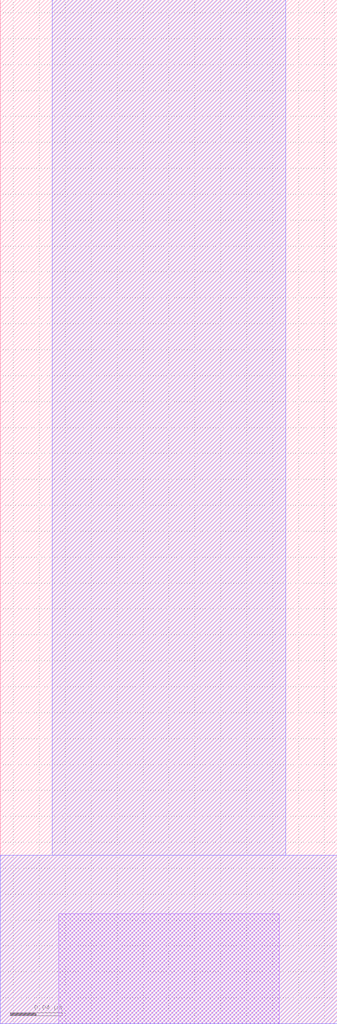
<source format=lef>
# Copyright 2020 The SkyWater PDK Authors
#
# Licensed under the Apache License, Version 2.0 (the "License");
# you may not use this file except in compliance with the License.
# You may obtain a copy of the License at
#
#     https://www.apache.org/licenses/LICENSE-2.0
#
# Unless required by applicable law or agreed to in writing, software
# distributed under the License is distributed on an "AS IS" BASIS,
# WITHOUT WARRANTIES OR CONDITIONS OF ANY KIND, either express or implied.
# See the License for the specific language governing permissions and
# limitations under the License.
#
# SPDX-License-Identifier: Apache-2.0

VERSION 5.7 ;
  NOWIREEXTENSIONATPIN ON ;
  DIVIDERCHAR "/" ;
  BUSBITCHARS "[]" ;
MACRO sky130_fd_bd_sram__sram_dp_rowend_strp_cont
  CLASS BLOCK ;
  FOREIGN sky130_fd_bd_sram__sram_dp_rowend_strp_cont ;
  ORIGIN  0.050000  0.000000 ;
  SIZE  0.260000 BY  0.790000 ;
  OBS
    LAYER li1 ;
      RECT -0.005000 0.000000 0.165000 0.085000 ;
    LAYER met1 ;
      RECT -0.050000 0.000000 0.210000 0.130000 ;
      RECT -0.010000 0.130000 0.170000 0.790000 ;
  END
END sky130_fd_bd_sram__sram_dp_rowend_strp_cont
END LIBRARY

</source>
